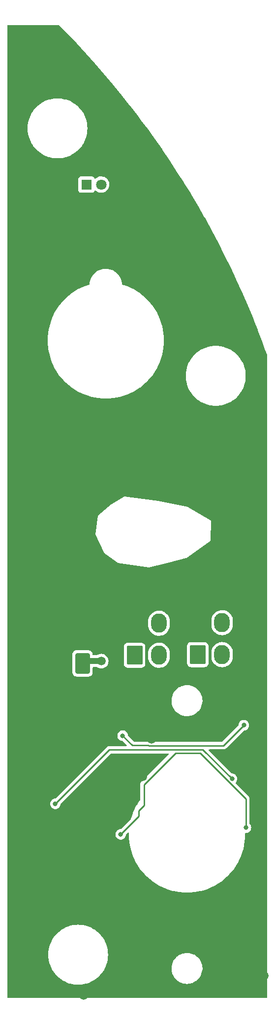
<source format=gbr>
%TF.GenerationSoftware,KiCad,Pcbnew,(6.0.9)*%
%TF.CreationDate,2023-04-01T15:42:22-08:00*%
%TF.ProjectId,SPIN RCV PANEL,5350494e-2052-4435-9620-50414e454c2e,3*%
%TF.SameCoordinates,Original*%
%TF.FileFunction,Copper,L2,Bot*%
%TF.FilePolarity,Positive*%
%FSLAX46Y46*%
G04 Gerber Fmt 4.6, Leading zero omitted, Abs format (unit mm)*
G04 Created by KiCad (PCBNEW (6.0.9)) date 2023-04-01 15:42:22*
%MOMM*%
%LPD*%
G01*
G04 APERTURE LIST*
G04 Aperture macros list*
%AMRoundRect*
0 Rectangle with rounded corners*
0 $1 Rounding radius*
0 $2 $3 $4 $5 $6 $7 $8 $9 X,Y pos of 4 corners*
0 Add a 4 corners polygon primitive as box body*
4,1,4,$2,$3,$4,$5,$6,$7,$8,$9,$2,$3,0*
0 Add four circle primitives for the rounded corners*
1,1,$1+$1,$2,$3*
1,1,$1+$1,$4,$5*
1,1,$1+$1,$6,$7*
1,1,$1+$1,$8,$9*
0 Add four rect primitives between the rounded corners*
20,1,$1+$1,$2,$3,$4,$5,0*
20,1,$1+$1,$4,$5,$6,$7,0*
20,1,$1+$1,$6,$7,$8,$9,0*
20,1,$1+$1,$8,$9,$2,$3,0*%
G04 Aperture macros list end*
%TA.AperFunction,SMDPad,CuDef*%
%ADD10RoundRect,0.250000X1.000000X-1.500000X1.000000X1.500000X-1.000000X1.500000X-1.000000X-1.500000X0*%
%TD*%
%TA.AperFunction,ComponentPad*%
%ADD11R,1.800000X1.800000*%
%TD*%
%TA.AperFunction,ComponentPad*%
%ADD12C,1.800000*%
%TD*%
%TA.AperFunction,ComponentPad*%
%ADD13RoundRect,0.250001X-1.099999X-1.399999X1.099999X-1.399999X1.099999X1.399999X-1.099999X1.399999X0*%
%TD*%
%TA.AperFunction,ComponentPad*%
%ADD14O,2.700000X3.300000*%
%TD*%
%TA.AperFunction,ViaPad*%
%ADD15C,1.500000*%
%TD*%
%TA.AperFunction,ViaPad*%
%ADD16C,0.800000*%
%TD*%
%TA.AperFunction,Conductor*%
%ADD17C,1.000000*%
%TD*%
%TA.AperFunction,Conductor*%
%ADD18C,0.250000*%
%TD*%
G04 APERTURE END LIST*
D10*
%TO.P,C1,1*%
%TO.N,/LED+5V*%
X112791537Y-131311168D03*
%TO.P,C1,2*%
%TO.N,/LEDGND*%
X112791537Y-124811168D03*
%TD*%
D11*
%TO.P,D1,1*%
%TO.N,Net-(D1-Pad1)*%
X113476537Y-49002168D03*
D12*
%TO.P,D1,2*%
%TO.N,/LED+5V*%
X116016537Y-49002168D03*
%TD*%
D13*
%TO.P,J1,1*%
%TO.N,/LED+5V*%
X132622537Y-129802168D03*
D14*
%TO.P,J1,2*%
X136822537Y-129802168D03*
%TO.P,J1,3*%
%TO.N,/LEDGND*%
X132622537Y-124302168D03*
%TO.P,J1,4*%
%TO.N,/DATAIN*%
X136822537Y-124302168D03*
%TD*%
D13*
%TO.P,J2,1*%
%TO.N,/LED+5V*%
X121757537Y-129902168D03*
D14*
%TO.P,J2,2*%
X125957537Y-129902168D03*
%TO.P,J2,3*%
%TO.N,/LEDGND*%
X121757537Y-124402168D03*
%TO.P,J2,4*%
%TO.N,/DATAOUT*%
X125957537Y-124402168D03*
%TD*%
D15*
%TO.N,/LEDGND*%
X142622537Y-144902168D03*
X124650037Y-183547968D03*
X113098737Y-144664668D03*
X124967537Y-177003768D03*
X142522537Y-139302168D03*
X144067037Y-184967068D03*
X112637037Y-121523268D03*
X128272537Y-79402168D03*
X118442537Y-119052168D03*
X135966737Y-121554968D03*
X141922537Y-168652168D03*
X124472537Y-88452168D03*
X123111537Y-150791168D03*
X136956037Y-104166868D03*
X105426937Y-176988268D03*
D16*
X112922537Y-162133906D03*
D15*
X116122537Y-88652168D03*
X128684337Y-59605068D03*
X119997537Y-157527168D03*
X106972537Y-66702168D03*
X126998537Y-99621668D03*
X112053537Y-59519368D03*
X107072537Y-82602168D03*
X120290437Y-101508168D03*
X142418537Y-179748168D03*
X112790037Y-155777168D03*
X108810337Y-50332568D03*
X127272537Y-68002168D03*
X107884737Y-151573268D03*
X105384237Y-145183968D03*
X121028537Y-169979268D03*
X142582537Y-162392168D03*
X105668337Y-184631068D03*
X113008637Y-188357168D03*
X119121037Y-129683368D03*
X112849737Y-109584968D03*
X105249337Y-170055268D03*
X142622537Y-150702168D03*
X132190737Y-73841168D03*
X113049037Y-170124368D03*
X113259937Y-139046968D03*
X116984137Y-59218968D03*
X142422537Y-174152168D03*
X109690937Y-131033768D03*
X124713537Y-144366968D03*
X124726037Y-139316468D03*
X116422537Y-175952168D03*
X142559537Y-156965168D03*
X104942537Y-138246168D03*
X105243937Y-164592868D03*
X116522537Y-163352168D03*
X127382537Y-119072168D03*
X102272537Y-158952168D03*
%TO.N,/LED+5V*%
X116008537Y-130924968D03*
D16*
%TO.N,Net-(D28-Pad2)*%
X140557937Y-141943568D03*
X119708137Y-143744768D03*
%TO.N,Net-(D33-Pad2)*%
X138522537Y-151152168D03*
X108122537Y-155452168D03*
%TO.N,Net-(D39-Pad2)*%
X119372537Y-160702168D03*
X140922537Y-159552168D03*
%TD*%
D17*
%TO.N,/LED+5V*%
X113177737Y-130924968D02*
X112791537Y-131311168D01*
X116008537Y-130924968D02*
X113177737Y-130924968D01*
D18*
%TO.N,Net-(D28-Pad2)*%
X124157735Y-145402168D02*
X124197536Y-145441969D01*
X119708137Y-143744768D02*
X121365537Y-145402168D01*
X121365537Y-145402168D02*
X124157735Y-145402168D01*
X137059536Y-145441969D02*
X140557937Y-141943568D01*
X124197536Y-145441969D02*
X137059536Y-145441969D01*
%TO.N,Net-(D33-Pad2)*%
X108122537Y-155452168D02*
X108122537Y-155452168D01*
X117422537Y-146152168D02*
X133522537Y-146152168D01*
X108122537Y-155452168D02*
X117422537Y-146152168D01*
X133522537Y-146152168D02*
X138522537Y-151152168D01*
%TO.N,Net-(D39-Pad2)*%
X123372537Y-152121170D02*
X123372537Y-155743170D01*
X140922537Y-154602168D02*
X133022537Y-146702168D01*
X140922537Y-159552168D02*
X140922537Y-154602168D01*
X122513539Y-157561166D02*
X119372537Y-160702168D01*
X133022537Y-146702168D02*
X128791539Y-146702168D01*
X123372537Y-155743170D02*
X122513539Y-156602168D01*
X122513539Y-156602168D02*
X122513539Y-157561166D01*
X128791539Y-146702168D02*
X123372537Y-152121170D01*
%TD*%
%TA.AperFunction,Conductor*%
%TO.N,/LEDGND*%
G36*
X108672219Y-21578606D02*
G01*
X108693615Y-21595932D01*
X110159331Y-23075615D01*
X110160689Y-23077007D01*
X111783314Y-24766466D01*
X111784650Y-24767879D01*
X113381005Y-26482181D01*
X113382319Y-26483615D01*
X114951967Y-28222286D01*
X114953259Y-28223739D01*
X116495913Y-29986461D01*
X116497183Y-29987934D01*
X118012511Y-31774332D01*
X118013757Y-31775825D01*
X119501243Y-33585287D01*
X119502467Y-33586799D01*
X120719646Y-35114928D01*
X120961885Y-35419052D01*
X120963085Y-35420582D01*
X122394075Y-37275173D01*
X122395251Y-37276722D01*
X122936568Y-38001127D01*
X123599866Y-38888769D01*
X123797424Y-39153147D01*
X123798551Y-39154681D01*
X125171642Y-41052588D01*
X125172725Y-41054110D01*
X126516343Y-42972961D01*
X126517446Y-42974562D01*
X127831267Y-44913892D01*
X127832345Y-44915511D01*
X129116039Y-46874828D01*
X129117092Y-46876462D01*
X130174911Y-48546701D01*
X130370431Y-48855417D01*
X130371436Y-48857031D01*
X131324194Y-50414040D01*
X131594115Y-50855149D01*
X131595092Y-50856775D01*
X132786774Y-52873506D01*
X132787691Y-52875085D01*
X133663937Y-54411656D01*
X133948135Y-54910021D01*
X133949085Y-54911718D01*
X135077913Y-56964196D01*
X135078837Y-56965907D01*
X136175851Y-59035562D01*
X136176749Y-59037287D01*
X137241742Y-61123729D01*
X137242612Y-61125468D01*
X138275212Y-63227970D01*
X138276049Y-63229706D01*
X139248285Y-65289033D01*
X139276107Y-65347963D01*
X139276924Y-65349728D01*
X140244186Y-67483203D01*
X140244975Y-67484981D01*
X141179149Y-69633031D01*
X141179911Y-69634820D01*
X142080854Y-71797109D01*
X142081588Y-71798910D01*
X142438173Y-72693366D01*
X142924096Y-73912253D01*
X142949041Y-73974826D01*
X142949738Y-73976614D01*
X143162437Y-74535054D01*
X143783513Y-76165682D01*
X143784186Y-76167491D01*
X144100869Y-77039154D01*
X144547586Y-78268731D01*
X144555160Y-78311756D01*
X144555160Y-188690604D01*
X144535158Y-188758725D01*
X144481502Y-188805218D01*
X144429160Y-188816604D01*
X99978160Y-188816604D01*
X99910039Y-188796602D01*
X99863546Y-188742946D01*
X99852160Y-188690604D01*
X99852160Y-181387604D01*
X106888114Y-181387604D01*
X106907732Y-181836939D01*
X106908093Y-181839678D01*
X106959784Y-182232311D01*
X106966438Y-182282855D01*
X107063785Y-182721957D01*
X107064610Y-182724574D01*
X107064612Y-182724581D01*
X107087295Y-182796523D01*
X107199031Y-183150905D01*
X107371149Y-183566432D01*
X107578826Y-183965377D01*
X107820484Y-184344704D01*
X107822148Y-184346872D01*
X107822156Y-184346884D01*
X107890507Y-184435960D01*
X108094283Y-184701525D01*
X108096141Y-184703553D01*
X108096148Y-184703561D01*
X108280685Y-184904948D01*
X108398138Y-185033126D01*
X108400158Y-185034977D01*
X108727703Y-185335116D01*
X108727711Y-185335123D01*
X108729739Y-185336981D01*
X108731931Y-185338663D01*
X109084380Y-185609108D01*
X109084392Y-185609116D01*
X109086560Y-185610780D01*
X109465887Y-185852438D01*
X109864832Y-186060115D01*
X110280359Y-186232233D01*
X110553722Y-186318424D01*
X110706683Y-186366652D01*
X110706690Y-186366654D01*
X110709307Y-186367479D01*
X110711992Y-186368074D01*
X110711991Y-186368074D01*
X111145711Y-186464228D01*
X111145714Y-186464229D01*
X111148409Y-186464826D01*
X111151139Y-186465185D01*
X111151148Y-186465187D01*
X111371367Y-186494179D01*
X111594325Y-186523532D01*
X111863116Y-186535267D01*
X111926708Y-186538044D01*
X111926713Y-186538044D01*
X111928085Y-186538104D01*
X112159235Y-186538104D01*
X112160607Y-186538044D01*
X112160612Y-186538044D01*
X112224204Y-186535267D01*
X112492995Y-186523532D01*
X112715953Y-186494179D01*
X112936172Y-186465187D01*
X112936181Y-186465185D01*
X112938911Y-186464826D01*
X112941606Y-186464229D01*
X112941609Y-186464228D01*
X113375329Y-186368074D01*
X113375328Y-186368074D01*
X113378013Y-186367479D01*
X113380630Y-186366654D01*
X113380637Y-186366652D01*
X113533598Y-186318424D01*
X113806961Y-186232233D01*
X114222488Y-186060115D01*
X114621433Y-185852438D01*
X115000760Y-185610780D01*
X115002928Y-185609116D01*
X115002940Y-185609108D01*
X115355389Y-185338663D01*
X115357581Y-185336981D01*
X115359609Y-185335123D01*
X115359617Y-185335116D01*
X115687162Y-185034977D01*
X115689182Y-185033126D01*
X115806635Y-184904948D01*
X115991172Y-184703561D01*
X115991179Y-184703553D01*
X115993037Y-184701525D01*
X116196813Y-184435960D01*
X116265164Y-184346884D01*
X116265172Y-184346872D01*
X116266836Y-184344704D01*
X116508494Y-183965377D01*
X116639123Y-183714440D01*
X128110292Y-183714440D01*
X128110481Y-183718232D01*
X128111682Y-183742358D01*
X128122663Y-183962929D01*
X128126246Y-184034911D01*
X128126889Y-184038651D01*
X128179853Y-184346884D01*
X128180585Y-184351145D01*
X128181673Y-184354784D01*
X128181674Y-184354787D01*
X128221749Y-184488786D01*
X128272522Y-184658560D01*
X128274035Y-184662031D01*
X128274037Y-184662037D01*
X128308099Y-184740187D01*
X128400724Y-184952703D01*
X128402647Y-184955974D01*
X128402649Y-184955978D01*
X128561413Y-185226044D01*
X128561418Y-185226052D01*
X128563336Y-185229314D01*
X128565637Y-185232329D01*
X128667855Y-185366266D01*
X128758001Y-185484386D01*
X128760649Y-185487105D01*
X128760654Y-185487110D01*
X128979253Y-185711509D01*
X128981899Y-185714225D01*
X128984843Y-185716596D01*
X128984846Y-185716599D01*
X129228835Y-185913122D01*
X129228840Y-185913126D01*
X129231788Y-185915500D01*
X129504048Y-186085297D01*
X129794735Y-186221155D01*
X129798345Y-186222338D01*
X129798349Y-186222340D01*
X130096034Y-186319926D01*
X130096041Y-186319928D01*
X130099638Y-186321107D01*
X130414340Y-186383706D01*
X130548828Y-186393936D01*
X130730507Y-186407756D01*
X130730512Y-186407756D01*
X130734284Y-186408043D01*
X131054834Y-186393767D01*
X131058583Y-186393143D01*
X131367607Y-186341708D01*
X131367612Y-186341707D01*
X131371348Y-186341085D01*
X131506725Y-186301370D01*
X131675614Y-186251823D01*
X131675618Y-186251822D01*
X131679240Y-186250759D01*
X131974051Y-186124099D01*
X132251510Y-185962938D01*
X132254532Y-185960657D01*
X132254536Y-185960654D01*
X132504574Y-185771894D01*
X132504575Y-185771893D01*
X132507598Y-185769611D01*
X132738605Y-185546919D01*
X132740999Y-185543978D01*
X132741004Y-185543973D01*
X132938792Y-185301028D01*
X132938795Y-185301024D01*
X132941186Y-185298087D01*
X133112406Y-185026720D01*
X133249784Y-184736749D01*
X133260857Y-184703561D01*
X133350135Y-184435960D01*
X133351332Y-184432373D01*
X133415577Y-184118003D01*
X133441589Y-183798191D01*
X133442174Y-183742358D01*
X133440263Y-183710651D01*
X133423093Y-183425850D01*
X133423093Y-183425846D01*
X133422865Y-183422072D01*
X133365218Y-183106424D01*
X133270067Y-182799989D01*
X133256837Y-182770481D01*
X133233876Y-182719273D01*
X133138791Y-182507204D01*
X132973292Y-182232311D01*
X132970965Y-182229327D01*
X132970960Y-182229320D01*
X132778303Y-181982286D01*
X132778301Y-181982283D01*
X132775967Y-181979291D01*
X132549673Y-181751810D01*
X132297690Y-181553163D01*
X132271734Y-181537350D01*
X132026899Y-181388195D01*
X132023667Y-181386226D01*
X132020223Y-181384660D01*
X132020219Y-181384658D01*
X131910975Y-181334988D01*
X131731574Y-181253420D01*
X131425641Y-181156666D01*
X131110300Y-181097366D01*
X130790119Y-181076381D01*
X130786339Y-181076589D01*
X130786338Y-181076589D01*
X130673067Y-181082822D01*
X130469736Y-181094012D01*
X130153791Y-181150006D01*
X130150166Y-181151111D01*
X130150161Y-181151112D01*
X129910021Y-181224302D01*
X129846862Y-181243551D01*
X129553394Y-181373292D01*
X129443825Y-181438479D01*
X129280893Y-181535413D01*
X129280887Y-181535417D01*
X129277638Y-181537350D01*
X129274646Y-181539658D01*
X129274642Y-181539661D01*
X129077283Y-181691922D01*
X129023588Y-181733347D01*
X129020886Y-181736007D01*
X129020879Y-181736013D01*
X128915573Y-181839678D01*
X128794925Y-181958446D01*
X128594961Y-182209386D01*
X128426593Y-182482531D01*
X128425004Y-182485978D01*
X128293845Y-182770481D01*
X128293841Y-182770491D01*
X128292258Y-182773925D01*
X128291099Y-182777525D01*
X128291096Y-182777532D01*
X128282695Y-182803620D01*
X128193904Y-183079347D01*
X128193185Y-183083063D01*
X128193183Y-183083071D01*
X128133673Y-183390655D01*
X128132954Y-183394373D01*
X128132687Y-183398149D01*
X128132686Y-183398154D01*
X128120598Y-183568878D01*
X128110292Y-183714440D01*
X116639123Y-183714440D01*
X116716171Y-183566432D01*
X116888289Y-183150905D01*
X117000025Y-182796523D01*
X117022708Y-182724581D01*
X117022710Y-182724574D01*
X117023535Y-182721957D01*
X117120882Y-182282855D01*
X117127537Y-182232311D01*
X117179227Y-181839678D01*
X117179588Y-181836939D01*
X117199206Y-181387604D01*
X117179588Y-180938269D01*
X117120882Y-180492353D01*
X117023535Y-180053251D01*
X116888289Y-179624303D01*
X116716171Y-179208776D01*
X116508494Y-178809831D01*
X116266836Y-178430504D01*
X116265172Y-178428336D01*
X116265164Y-178428324D01*
X115994719Y-178075875D01*
X115993037Y-178073683D01*
X115991179Y-178071655D01*
X115991172Y-178071647D01*
X115691033Y-177744102D01*
X115689182Y-177742082D01*
X115687162Y-177740231D01*
X115359617Y-177440092D01*
X115359609Y-177440085D01*
X115357581Y-177438227D01*
X115355389Y-177436545D01*
X115002940Y-177166100D01*
X115002928Y-177166092D01*
X115000760Y-177164428D01*
X114621433Y-176922770D01*
X114222488Y-176715093D01*
X113806961Y-176542975D01*
X113533598Y-176456784D01*
X113380637Y-176408556D01*
X113380630Y-176408554D01*
X113378013Y-176407729D01*
X113294035Y-176389111D01*
X112941609Y-176310980D01*
X112941606Y-176310979D01*
X112938911Y-176310382D01*
X112936181Y-176310023D01*
X112936172Y-176310021D01*
X112715953Y-176281029D01*
X112492995Y-176251676D01*
X112224204Y-176239941D01*
X112160612Y-176237164D01*
X112160607Y-176237164D01*
X112159235Y-176237104D01*
X111928085Y-176237104D01*
X111926713Y-176237164D01*
X111926708Y-176237164D01*
X111863116Y-176239941D01*
X111594325Y-176251676D01*
X111371367Y-176281029D01*
X111151148Y-176310021D01*
X111151139Y-176310023D01*
X111148409Y-176310382D01*
X111145714Y-176310979D01*
X111145711Y-176310980D01*
X110793285Y-176389111D01*
X110709307Y-176407729D01*
X110706690Y-176408554D01*
X110706683Y-176408556D01*
X110553722Y-176456784D01*
X110280359Y-176542975D01*
X109864832Y-176715093D01*
X109465887Y-176922770D01*
X109086560Y-177164428D01*
X109084392Y-177166092D01*
X109084380Y-177166100D01*
X108731931Y-177436545D01*
X108729739Y-177438227D01*
X108727711Y-177440085D01*
X108727703Y-177440092D01*
X108400158Y-177740231D01*
X108398138Y-177742082D01*
X108396287Y-177744102D01*
X108096148Y-178071647D01*
X108096141Y-178071655D01*
X108094283Y-178073683D01*
X108092601Y-178075875D01*
X107822156Y-178428324D01*
X107822148Y-178428336D01*
X107820484Y-178430504D01*
X107578826Y-178809831D01*
X107371149Y-179208776D01*
X107199031Y-179624303D01*
X107063785Y-180053251D01*
X106966438Y-180492353D01*
X106907732Y-180938269D01*
X106888114Y-181387604D01*
X99852160Y-181387604D01*
X99852160Y-155452168D01*
X107209033Y-155452168D01*
X107228995Y-155642096D01*
X107288010Y-155823724D01*
X107383497Y-155989112D01*
X107511284Y-156131034D01*
X107665785Y-156243286D01*
X107671813Y-156245970D01*
X107671815Y-156245971D01*
X107834218Y-156318277D01*
X107840249Y-156320962D01*
X107933649Y-156340815D01*
X108020593Y-156359296D01*
X108020598Y-156359296D01*
X108027050Y-156360668D01*
X108218024Y-156360668D01*
X108224476Y-156359296D01*
X108224481Y-156359296D01*
X108311425Y-156340815D01*
X108404825Y-156320962D01*
X108410856Y-156318277D01*
X108573259Y-156245971D01*
X108573261Y-156245970D01*
X108579289Y-156243286D01*
X108733790Y-156131034D01*
X108861577Y-155989112D01*
X108957064Y-155823724D01*
X109016079Y-155642096D01*
X109033444Y-155476874D01*
X109060457Y-155411218D01*
X109069659Y-155400950D01*
X117648037Y-146822573D01*
X117710349Y-146788547D01*
X117737132Y-146785668D01*
X127507945Y-146785668D01*
X127576066Y-146805670D01*
X127622559Y-146859326D01*
X127632663Y-146929600D01*
X127603169Y-146994180D01*
X127597040Y-147000763D01*
X122980284Y-151617518D01*
X122971998Y-151625058D01*
X122965519Y-151629170D01*
X122960094Y-151634947D01*
X122918894Y-151678821D01*
X122916139Y-151681663D01*
X122896402Y-151701400D01*
X122893922Y-151704597D01*
X122886219Y-151713617D01*
X122855951Y-151745849D01*
X122852132Y-151752795D01*
X122852130Y-151752798D01*
X122846189Y-151763604D01*
X122835338Y-151780123D01*
X122822923Y-151796129D01*
X122819778Y-151803398D01*
X122819775Y-151803402D01*
X122805363Y-151836707D01*
X122800146Y-151847357D01*
X122778842Y-151886110D01*
X122776871Y-151893785D01*
X122776871Y-151893786D01*
X122773804Y-151905732D01*
X122767400Y-151924436D01*
X122759356Y-151943025D01*
X122758117Y-151950848D01*
X122758114Y-151950858D01*
X122752438Y-151986694D01*
X122750032Y-151998314D01*
X122739037Y-152041140D01*
X122739037Y-152061394D01*
X122737486Y-152081104D01*
X122734317Y-152101113D01*
X122735063Y-152109005D01*
X122738478Y-152145131D01*
X122739037Y-152156989D01*
X122739037Y-154718851D01*
X122719035Y-154786972D01*
X122712603Y-154796068D01*
X122681511Y-154836152D01*
X122328206Y-155356024D01*
X122327196Y-155357732D01*
X122327194Y-155357735D01*
X122267464Y-155458733D01*
X122008241Y-155897055D01*
X121722879Y-156457109D01*
X121722098Y-156458915D01*
X121722097Y-156458916D01*
X121485368Y-157005966D01*
X121473247Y-157033975D01*
X121472579Y-157035831D01*
X121472578Y-157035833D01*
X121260997Y-157623521D01*
X121260992Y-157623537D01*
X121260329Y-157625378D01*
X121259782Y-157627260D01*
X121259778Y-157627273D01*
X121149333Y-158007428D01*
X121117431Y-158061370D01*
X119422037Y-159756763D01*
X119359725Y-159790789D01*
X119332942Y-159793668D01*
X119277050Y-159793668D01*
X119270598Y-159795040D01*
X119270593Y-159795040D01*
X119183650Y-159813521D01*
X119090249Y-159833374D01*
X119084219Y-159836059D01*
X119084218Y-159836059D01*
X118921815Y-159908365D01*
X118921813Y-159908366D01*
X118915785Y-159911050D01*
X118761284Y-160023302D01*
X118633497Y-160165224D01*
X118538010Y-160330612D01*
X118478995Y-160512240D01*
X118478305Y-160518801D01*
X118478305Y-160518803D01*
X118470756Y-160590626D01*
X118459033Y-160702168D01*
X118478995Y-160892096D01*
X118538010Y-161073724D01*
X118633497Y-161239112D01*
X118637915Y-161244019D01*
X118637916Y-161244020D01*
X118756862Y-161376123D01*
X118761284Y-161381034D01*
X118915785Y-161493286D01*
X118921813Y-161495970D01*
X118921815Y-161495971D01*
X119084218Y-161568277D01*
X119090249Y-161570962D01*
X119183650Y-161590815D01*
X119270593Y-161609296D01*
X119270598Y-161609296D01*
X119277050Y-161610668D01*
X119468024Y-161610668D01*
X119474476Y-161609296D01*
X119474481Y-161609296D01*
X119561424Y-161590815D01*
X119654825Y-161570962D01*
X119660856Y-161568277D01*
X119823259Y-161495971D01*
X119823261Y-161495970D01*
X119829289Y-161493286D01*
X119983790Y-161381034D01*
X119988212Y-161376123D01*
X120107158Y-161244020D01*
X120107159Y-161244019D01*
X120111577Y-161239112D01*
X120207064Y-161073724D01*
X120266079Y-160892096D01*
X120283444Y-160726874D01*
X120310457Y-160661218D01*
X120319659Y-160650950D01*
X120562378Y-160408231D01*
X120624690Y-160374205D01*
X120695505Y-160379270D01*
X120752341Y-160421817D01*
X120777152Y-160488337D01*
X120777411Y-160501275D01*
X120770623Y-160717259D01*
X120770685Y-160719232D01*
X120781826Y-161073724D01*
X120790367Y-161345512D01*
X120790550Y-161347450D01*
X120790551Y-161347463D01*
X120849333Y-161969309D01*
X120849520Y-161971285D01*
X120947849Y-162592110D01*
X121084965Y-163205535D01*
X121260329Y-163809140D01*
X121260992Y-163810981D01*
X121260997Y-163810997D01*
X121472578Y-164398685D01*
X121473247Y-164400543D01*
X121722879Y-164977409D01*
X122008241Y-165537463D01*
X122328206Y-166078494D01*
X122681511Y-166598366D01*
X123066761Y-167095028D01*
X123482437Y-167566520D01*
X123926899Y-168010982D01*
X124398391Y-168426658D01*
X124895053Y-168811908D01*
X125414925Y-169165213D01*
X125955956Y-169485178D01*
X126516010Y-169770540D01*
X127092876Y-170020172D01*
X127094732Y-170020840D01*
X127094734Y-170020841D01*
X127682422Y-170232422D01*
X127682438Y-170232427D01*
X127684279Y-170233090D01*
X127686161Y-170233637D01*
X127686174Y-170233641D01*
X128285977Y-170407900D01*
X128287884Y-170408454D01*
X128289804Y-170408883D01*
X128289815Y-170408886D01*
X128594596Y-170477012D01*
X128901309Y-170545570D01*
X128903265Y-170545880D01*
X128903266Y-170545880D01*
X129520175Y-170643589D01*
X129520184Y-170643590D01*
X129522134Y-170643899D01*
X129524103Y-170644085D01*
X129524110Y-170644086D01*
X130145956Y-170702868D01*
X130145969Y-170702869D01*
X130147907Y-170703052D01*
X130149852Y-170703113D01*
X130149866Y-170703114D01*
X130428704Y-170711877D01*
X130615883Y-170717759D01*
X130936437Y-170717759D01*
X131123616Y-170711877D01*
X131402454Y-170703114D01*
X131402468Y-170703113D01*
X131404413Y-170703052D01*
X131406351Y-170702869D01*
X131406364Y-170702868D01*
X132028210Y-170644086D01*
X132028217Y-170644085D01*
X132030186Y-170643899D01*
X132032136Y-170643590D01*
X132032145Y-170643589D01*
X132649054Y-170545880D01*
X132649055Y-170545880D01*
X132651011Y-170545570D01*
X132957724Y-170477012D01*
X133262505Y-170408886D01*
X133262516Y-170408883D01*
X133264436Y-170408454D01*
X133266343Y-170407900D01*
X133866146Y-170233641D01*
X133866159Y-170233637D01*
X133868041Y-170233090D01*
X133869882Y-170232427D01*
X133869898Y-170232422D01*
X134457586Y-170020841D01*
X134457588Y-170020840D01*
X134459444Y-170020172D01*
X135036310Y-169770540D01*
X135596364Y-169485178D01*
X136137395Y-169165213D01*
X136657267Y-168811908D01*
X137153929Y-168426658D01*
X137625421Y-168010982D01*
X138069883Y-167566520D01*
X138485559Y-167095028D01*
X138870809Y-166598366D01*
X139224114Y-166078494D01*
X139544079Y-165537463D01*
X139829441Y-164977409D01*
X140079073Y-164400543D01*
X140079742Y-164398685D01*
X140291323Y-163810997D01*
X140291328Y-163810981D01*
X140291991Y-163809140D01*
X140467355Y-163205535D01*
X140604471Y-162592110D01*
X140702800Y-161971285D01*
X140702987Y-161969309D01*
X140761769Y-161347463D01*
X140761770Y-161347450D01*
X140761953Y-161345512D01*
X140770495Y-161073724D01*
X140781635Y-160719232D01*
X140781697Y-160717259D01*
X140777717Y-160590625D01*
X140795569Y-160521911D01*
X140847738Y-160473755D01*
X140903655Y-160460668D01*
X141018024Y-160460668D01*
X141024476Y-160459296D01*
X141024481Y-160459296D01*
X141111425Y-160440815D01*
X141204825Y-160420962D01*
X141210856Y-160418277D01*
X141373259Y-160345971D01*
X141373261Y-160345970D01*
X141379289Y-160343286D01*
X141533790Y-160231034D01*
X141661577Y-160089112D01*
X141757064Y-159923724D01*
X141816079Y-159742096D01*
X141836041Y-159552168D01*
X141816079Y-159362240D01*
X141757064Y-159180612D01*
X141661577Y-159015224D01*
X141588400Y-158933953D01*
X141557684Y-158869947D01*
X141556037Y-158849644D01*
X141556037Y-154680935D01*
X141556564Y-154669752D01*
X141558239Y-154662259D01*
X141556099Y-154594182D01*
X141556037Y-154590223D01*
X141556037Y-154562312D01*
X141555532Y-154558312D01*
X141554599Y-154546469D01*
X141554421Y-154540789D01*
X141553210Y-154502278D01*
X141547559Y-154482826D01*
X141543551Y-154463474D01*
X141542004Y-154451231D01*
X141541011Y-154443371D01*
X141538093Y-154436000D01*
X141524737Y-154402265D01*
X141520892Y-154391038D01*
X141520258Y-154388855D01*
X141508555Y-154348575D01*
X141502302Y-154338001D01*
X141498244Y-154331140D01*
X141489549Y-154313392D01*
X141482089Y-154294551D01*
X141456101Y-154258781D01*
X141449585Y-154248861D01*
X141431117Y-154217633D01*
X141431115Y-154217630D01*
X141427079Y-154210806D01*
X141412758Y-154196485D01*
X141399917Y-154181451D01*
X141392668Y-154171474D01*
X141388009Y-154165061D01*
X141353932Y-154136870D01*
X141345153Y-154128880D01*
X139177363Y-151961090D01*
X139143337Y-151898778D01*
X139148402Y-151827963D01*
X139172822Y-151787685D01*
X139257158Y-151694020D01*
X139257159Y-151694019D01*
X139261577Y-151689112D01*
X139357064Y-151523724D01*
X139416079Y-151342096D01*
X139436041Y-151152168D01*
X139416079Y-150962240D01*
X139357064Y-150780612D01*
X139261577Y-150615224D01*
X139168801Y-150512185D01*
X139138212Y-150478213D01*
X139138211Y-150478212D01*
X139133790Y-150473302D01*
X138979289Y-150361050D01*
X138973261Y-150358366D01*
X138973259Y-150358365D01*
X138810856Y-150286059D01*
X138810855Y-150286059D01*
X138804825Y-150283374D01*
X138711424Y-150263521D01*
X138624481Y-150245040D01*
X138624476Y-150245040D01*
X138618024Y-150243668D01*
X138562131Y-150243668D01*
X138494010Y-150223666D01*
X138473036Y-150206763D01*
X134556838Y-146290564D01*
X134522812Y-146228252D01*
X134527877Y-146157436D01*
X134570424Y-146100601D01*
X134636944Y-146075790D01*
X134645933Y-146075469D01*
X136980769Y-146075469D01*
X136991952Y-146075996D01*
X136999445Y-146077671D01*
X137007371Y-146077422D01*
X137007372Y-146077422D01*
X137067522Y-146075531D01*
X137071481Y-146075469D01*
X137099392Y-146075469D01*
X137103327Y-146074972D01*
X137103392Y-146074964D01*
X137115229Y-146074031D01*
X137147487Y-146073017D01*
X137151506Y-146072891D01*
X137159425Y-146072642D01*
X137178879Y-146066990D01*
X137198236Y-146062982D01*
X137210466Y-146061437D01*
X137210467Y-146061437D01*
X137218333Y-146060443D01*
X137225704Y-146057524D01*
X137225706Y-146057524D01*
X137259448Y-146044165D01*
X137270678Y-146040320D01*
X137305519Y-146030198D01*
X137305520Y-146030198D01*
X137313129Y-146027987D01*
X137319948Y-146023954D01*
X137319953Y-146023952D01*
X137330564Y-146017676D01*
X137348312Y-146008981D01*
X137367153Y-146001521D01*
X137402923Y-145975533D01*
X137412843Y-145969017D01*
X137444071Y-145950549D01*
X137444074Y-145950547D01*
X137450898Y-145946511D01*
X137465219Y-145932190D01*
X137480253Y-145919349D01*
X137490230Y-145912100D01*
X137496643Y-145907441D01*
X137524834Y-145873364D01*
X137532824Y-145864585D01*
X140508436Y-142888973D01*
X140570748Y-142854947D01*
X140597531Y-142852068D01*
X140653424Y-142852068D01*
X140659876Y-142850696D01*
X140659881Y-142850696D01*
X140746824Y-142832215D01*
X140840225Y-142812362D01*
X140846256Y-142809677D01*
X141008659Y-142737371D01*
X141008661Y-142737370D01*
X141014689Y-142734686D01*
X141169190Y-142622434D01*
X141296977Y-142480512D01*
X141392464Y-142315124D01*
X141451479Y-142133496D01*
X141471441Y-141943568D01*
X141451479Y-141753640D01*
X141392464Y-141572012D01*
X141296977Y-141406624D01*
X141169190Y-141264702D01*
X141014689Y-141152450D01*
X141008661Y-141149766D01*
X141008659Y-141149765D01*
X140846256Y-141077459D01*
X140846255Y-141077459D01*
X140840225Y-141074774D01*
X140746824Y-141054921D01*
X140659881Y-141036440D01*
X140659876Y-141036440D01*
X140653424Y-141035068D01*
X140462450Y-141035068D01*
X140455998Y-141036440D01*
X140455993Y-141036440D01*
X140369050Y-141054921D01*
X140275649Y-141074774D01*
X140269619Y-141077459D01*
X140269618Y-141077459D01*
X140107215Y-141149765D01*
X140107213Y-141149766D01*
X140101185Y-141152450D01*
X139946684Y-141264702D01*
X139818897Y-141406624D01*
X139723410Y-141572012D01*
X139664395Y-141753640D01*
X139663705Y-141760201D01*
X139663705Y-141760203D01*
X139647030Y-141918861D01*
X139620017Y-141984518D01*
X139610815Y-141994786D01*
X136834036Y-144771564D01*
X136771724Y-144805590D01*
X136744941Y-144808469D01*
X124408696Y-144808469D01*
X124377374Y-144804514D01*
X124373169Y-144803434D01*
X124354479Y-144797035D01*
X124335880Y-144788987D01*
X124328057Y-144787748D01*
X124328047Y-144787745D01*
X124292211Y-144782069D01*
X124280591Y-144779663D01*
X124245446Y-144770640D01*
X124245445Y-144770640D01*
X124237765Y-144768668D01*
X124217511Y-144768668D01*
X124197800Y-144767117D01*
X124185621Y-144765188D01*
X124177792Y-144763948D01*
X124169900Y-144764694D01*
X124133774Y-144768109D01*
X124121916Y-144768668D01*
X121680131Y-144768668D01*
X121612010Y-144748666D01*
X121591040Y-144731767D01*
X120655257Y-143795983D01*
X120621233Y-143733673D01*
X120619044Y-143720060D01*
X120602369Y-143561403D01*
X120602369Y-143561401D01*
X120601679Y-143554840D01*
X120542664Y-143373212D01*
X120447177Y-143207824D01*
X120319390Y-143065902D01*
X120164889Y-142953650D01*
X120158861Y-142950966D01*
X120158859Y-142950965D01*
X119996456Y-142878659D01*
X119996455Y-142878659D01*
X119990425Y-142875974D01*
X119877957Y-142852068D01*
X119810081Y-142837640D01*
X119810076Y-142837640D01*
X119803624Y-142836268D01*
X119612650Y-142836268D01*
X119606198Y-142837640D01*
X119606193Y-142837640D01*
X119538317Y-142852068D01*
X119425849Y-142875974D01*
X119419819Y-142878659D01*
X119419818Y-142878659D01*
X119257415Y-142950965D01*
X119257413Y-142950966D01*
X119251385Y-142953650D01*
X119096884Y-143065902D01*
X118969097Y-143207824D01*
X118873610Y-143373212D01*
X118814595Y-143554840D01*
X118794633Y-143744768D01*
X118814595Y-143934696D01*
X118873610Y-144116324D01*
X118969097Y-144281712D01*
X119096884Y-144423634D01*
X119251385Y-144535886D01*
X119257413Y-144538570D01*
X119257415Y-144538571D01*
X119419818Y-144610877D01*
X119425849Y-144613562D01*
X119519249Y-144633415D01*
X119606193Y-144651896D01*
X119606198Y-144651896D01*
X119612650Y-144653268D01*
X119668543Y-144653268D01*
X119736664Y-144673270D01*
X119757638Y-144690173D01*
X120371038Y-145303573D01*
X120405064Y-145365885D01*
X120399999Y-145436700D01*
X120357452Y-145493536D01*
X120290932Y-145518347D01*
X120281943Y-145518668D01*
X117501304Y-145518668D01*
X117490121Y-145518141D01*
X117482628Y-145516466D01*
X117474702Y-145516715D01*
X117474701Y-145516715D01*
X117414551Y-145518606D01*
X117410592Y-145518668D01*
X117382681Y-145518668D01*
X117378747Y-145519165D01*
X117378746Y-145519165D01*
X117378681Y-145519173D01*
X117366844Y-145520106D01*
X117335027Y-145521106D01*
X117330566Y-145521246D01*
X117322647Y-145521495D01*
X117304991Y-145526624D01*
X117303195Y-145527146D01*
X117283843Y-145531154D01*
X117276772Y-145532048D01*
X117263740Y-145533694D01*
X117256371Y-145536611D01*
X117256369Y-145536612D01*
X117222634Y-145549968D01*
X117211406Y-145553813D01*
X117168944Y-145566150D01*
X117162121Y-145570185D01*
X117162119Y-145570186D01*
X117151509Y-145576461D01*
X117133761Y-145585156D01*
X117114920Y-145592616D01*
X117108504Y-145597278D01*
X117108503Y-145597278D01*
X117079150Y-145618604D01*
X117069230Y-145625120D01*
X117038002Y-145643588D01*
X117037999Y-145643590D01*
X117031175Y-145647626D01*
X117016854Y-145661947D01*
X117001821Y-145674787D01*
X116985430Y-145686696D01*
X116980379Y-145692802D01*
X116957239Y-145720773D01*
X116949249Y-145729552D01*
X108172037Y-154506763D01*
X108109725Y-154540789D01*
X108082942Y-154543668D01*
X108027050Y-154543668D01*
X108020598Y-154545040D01*
X108020593Y-154545040D01*
X107939337Y-154562312D01*
X107840249Y-154583374D01*
X107834219Y-154586059D01*
X107834218Y-154586059D01*
X107671815Y-154658365D01*
X107671813Y-154658366D01*
X107665785Y-154661050D01*
X107660444Y-154664930D01*
X107660443Y-154664931D01*
X107650562Y-154672110D01*
X107511284Y-154773302D01*
X107506863Y-154778212D01*
X107506862Y-154778213D01*
X107453221Y-154837788D01*
X107383497Y-154915224D01*
X107288010Y-155080612D01*
X107228995Y-155262240D01*
X107209033Y-155452168D01*
X99852160Y-155452168D01*
X99852160Y-137689641D01*
X128110292Y-137689641D01*
X128110481Y-137693433D01*
X128111682Y-137717559D01*
X128114462Y-137773392D01*
X128126246Y-138010112D01*
X128126889Y-138013852D01*
X128163279Y-138225629D01*
X128180585Y-138326346D01*
X128181673Y-138329985D01*
X128181674Y-138329988D01*
X128221749Y-138463987D01*
X128272522Y-138633761D01*
X128274035Y-138637232D01*
X128274037Y-138637238D01*
X128308099Y-138715388D01*
X128400724Y-138927904D01*
X128402647Y-138931175D01*
X128402649Y-138931179D01*
X128561413Y-139201245D01*
X128561418Y-139201253D01*
X128563336Y-139204515D01*
X128565637Y-139207530D01*
X128667855Y-139341467D01*
X128758001Y-139459587D01*
X128760649Y-139462306D01*
X128760654Y-139462311D01*
X128979253Y-139686710D01*
X128981899Y-139689426D01*
X128984843Y-139691797D01*
X128984846Y-139691800D01*
X129228835Y-139888323D01*
X129228840Y-139888327D01*
X129231788Y-139890701D01*
X129504048Y-140060498D01*
X129794735Y-140196356D01*
X129798345Y-140197539D01*
X129798349Y-140197541D01*
X130096034Y-140295127D01*
X130096041Y-140295129D01*
X130099638Y-140296308D01*
X130414340Y-140358907D01*
X130548828Y-140369137D01*
X130730507Y-140382957D01*
X130730512Y-140382957D01*
X130734284Y-140383244D01*
X131054834Y-140368968D01*
X131058583Y-140368344D01*
X131367607Y-140316909D01*
X131367612Y-140316908D01*
X131371348Y-140316286D01*
X131506725Y-140276571D01*
X131675614Y-140227024D01*
X131675618Y-140227023D01*
X131679240Y-140225960D01*
X131974051Y-140099300D01*
X132251510Y-139938139D01*
X132254532Y-139935858D01*
X132254536Y-139935855D01*
X132504574Y-139747095D01*
X132504575Y-139747094D01*
X132507598Y-139744812D01*
X132738605Y-139522120D01*
X132740999Y-139519179D01*
X132741004Y-139519174D01*
X132938792Y-139276229D01*
X132938795Y-139276225D01*
X132941186Y-139273288D01*
X133112406Y-139001921D01*
X133249784Y-138711950D01*
X133351332Y-138407574D01*
X133415577Y-138093204D01*
X133441589Y-137773392D01*
X133442174Y-137717559D01*
X133440263Y-137685852D01*
X133423093Y-137401051D01*
X133423093Y-137401047D01*
X133422865Y-137397273D01*
X133365218Y-137081625D01*
X133270067Y-136775190D01*
X133256837Y-136745682D01*
X133254050Y-136739467D01*
X133138791Y-136482405D01*
X132973292Y-136207512D01*
X132970965Y-136204528D01*
X132970960Y-136204521D01*
X132778303Y-135957487D01*
X132778301Y-135957484D01*
X132775967Y-135954492D01*
X132549673Y-135727011D01*
X132297690Y-135528364D01*
X132271734Y-135512551D01*
X132026899Y-135363396D01*
X132023667Y-135361427D01*
X132020223Y-135359861D01*
X132020219Y-135359859D01*
X131910975Y-135310189D01*
X131731574Y-135228621D01*
X131425641Y-135131867D01*
X131110300Y-135072567D01*
X130790119Y-135051582D01*
X130786339Y-135051790D01*
X130786338Y-135051790D01*
X130673067Y-135058023D01*
X130469736Y-135069213D01*
X130153791Y-135125207D01*
X130150166Y-135126312D01*
X130150161Y-135126313D01*
X129910021Y-135199503D01*
X129846862Y-135218752D01*
X129553394Y-135348493D01*
X129443825Y-135413680D01*
X129280893Y-135510614D01*
X129280887Y-135510618D01*
X129277638Y-135512551D01*
X129274646Y-135514859D01*
X129274642Y-135514862D01*
X129077283Y-135667123D01*
X129023588Y-135708548D01*
X129020886Y-135711208D01*
X129020879Y-135711214D01*
X128797633Y-135930981D01*
X128794925Y-135933647D01*
X128594961Y-136184587D01*
X128426593Y-136457732D01*
X128425004Y-136461179D01*
X128293845Y-136745682D01*
X128293841Y-136745692D01*
X128292258Y-136749126D01*
X128291099Y-136752726D01*
X128291096Y-136752733D01*
X128282695Y-136778821D01*
X128193904Y-137054548D01*
X128193185Y-137058264D01*
X128193183Y-137058272D01*
X128133673Y-137365856D01*
X128132954Y-137369574D01*
X128110292Y-137689641D01*
X99852160Y-137689641D01*
X99852160Y-132861568D01*
X111033037Y-132861568D01*
X111044011Y-132967334D01*
X111099987Y-133135114D01*
X111193059Y-133285516D01*
X111318234Y-133410473D01*
X111324464Y-133414313D01*
X111324465Y-133414314D01*
X111461627Y-133498862D01*
X111468799Y-133503283D01*
X111548542Y-133529732D01*
X111630148Y-133556800D01*
X111630150Y-133556800D01*
X111636676Y-133558965D01*
X111643512Y-133559665D01*
X111643515Y-133559666D01*
X111686568Y-133564077D01*
X111741137Y-133569668D01*
X113841937Y-133569668D01*
X113845183Y-133569331D01*
X113845187Y-133569331D01*
X113940845Y-133559406D01*
X113940849Y-133559405D01*
X113947703Y-133558694D01*
X113954239Y-133556513D01*
X113954241Y-133556513D01*
X114086343Y-133512440D01*
X114115483Y-133502718D01*
X114265885Y-133409646D01*
X114390842Y-133284471D01*
X114483652Y-133133906D01*
X114539334Y-132966029D01*
X114550037Y-132861568D01*
X114550037Y-132059468D01*
X114570039Y-131991347D01*
X114623695Y-131944854D01*
X114676037Y-131933468D01*
X115214969Y-131933468D01*
X115287240Y-131956255D01*
X115376883Y-132019024D01*
X115576461Y-132112088D01*
X115789166Y-132169083D01*
X116008537Y-132188275D01*
X116227908Y-132169083D01*
X116440613Y-132112088D01*
X116640191Y-132019024D01*
X116794029Y-131911305D01*
X116816064Y-131895876D01*
X116816066Y-131895874D01*
X116820575Y-131892717D01*
X116976286Y-131737006D01*
X117015020Y-131681689D01*
X117099436Y-131561130D01*
X117099437Y-131561128D01*
X117102593Y-131556621D01*
X117104916Y-131551639D01*
X117104919Y-131551634D01*
X117156911Y-131440136D01*
X117195657Y-131357044D01*
X117196856Y-131352568D01*
X119899037Y-131352568D01*
X119899374Y-131355814D01*
X119899374Y-131355818D01*
X119907415Y-131433309D01*
X119910011Y-131458333D01*
X119912192Y-131464869D01*
X119912192Y-131464871D01*
X119944307Y-131561130D01*
X119965987Y-131626113D01*
X120059059Y-131776516D01*
X120064241Y-131781689D01*
X120083231Y-131800646D01*
X120184234Y-131901473D01*
X120190464Y-131905313D01*
X120190465Y-131905314D01*
X120327627Y-131989862D01*
X120334799Y-131994283D01*
X120399873Y-132015867D01*
X120496148Y-132047800D01*
X120496150Y-132047800D01*
X120502676Y-132049965D01*
X120509512Y-132050665D01*
X120509515Y-132050666D01*
X120552568Y-132055077D01*
X120607137Y-132060668D01*
X122907937Y-132060668D01*
X122911183Y-132060331D01*
X122911187Y-132060331D01*
X123006844Y-132050406D01*
X123006848Y-132050405D01*
X123013702Y-132049694D01*
X123020238Y-132047513D01*
X123020240Y-132047513D01*
X123161226Y-132000476D01*
X123181482Y-131993718D01*
X123331885Y-131900646D01*
X123456842Y-131775471D01*
X123478150Y-131740903D01*
X123545812Y-131631136D01*
X123545813Y-131631134D01*
X123549652Y-131624906D01*
X123600268Y-131472304D01*
X123603169Y-131463557D01*
X123603169Y-131463555D01*
X123605334Y-131457029D01*
X123607765Y-131433309D01*
X123610446Y-131407137D01*
X123616037Y-131352568D01*
X123616037Y-130270680D01*
X124099037Y-130270680D01*
X124099202Y-130272948D01*
X124099202Y-130272960D01*
X124100239Y-130287247D01*
X124113584Y-130471172D01*
X124114568Y-130475627D01*
X124114568Y-130475630D01*
X124164169Y-130700287D01*
X124171731Y-130734540D01*
X124173349Y-130738810D01*
X124239481Y-130913362D01*
X124267287Y-130986756D01*
X124398251Y-131222536D01*
X124401023Y-131226168D01*
X124515145Y-131375703D01*
X124561880Y-131436941D01*
X124565146Y-131440134D01*
X124565148Y-131440136D01*
X124653098Y-131526113D01*
X124754745Y-131625480D01*
X124972807Y-131784202D01*
X125072568Y-131836689D01*
X125207458Y-131907658D01*
X125207464Y-131907661D01*
X125211498Y-131909783D01*
X125215803Y-131911303D01*
X125215807Y-131911305D01*
X125442466Y-131991347D01*
X125465817Y-131999593D01*
X125564403Y-132019024D01*
X125725965Y-132050868D01*
X125725971Y-132050869D01*
X125730437Y-132051749D01*
X125734990Y-132051976D01*
X125734993Y-132051976D01*
X125995245Y-132064932D01*
X125995251Y-132064932D01*
X125999814Y-132065159D01*
X126268306Y-132039543D01*
X126272740Y-132038458D01*
X126272746Y-132038457D01*
X126525849Y-131976523D01*
X126530287Y-131975437D01*
X126780270Y-131874183D01*
X126959499Y-131769240D01*
X127009074Y-131740213D01*
X127009075Y-131740212D01*
X127013019Y-131737903D01*
X127223656Y-131569452D01*
X127407771Y-131372359D01*
X127490873Y-131252568D01*
X130764037Y-131252568D01*
X130764374Y-131255814D01*
X130764374Y-131255818D01*
X130772415Y-131333309D01*
X130775011Y-131358333D01*
X130830987Y-131526113D01*
X130924059Y-131676516D01*
X131049234Y-131801473D01*
X131055464Y-131805313D01*
X131055465Y-131805314D01*
X131192627Y-131889862D01*
X131199799Y-131894283D01*
X131251119Y-131911305D01*
X131361148Y-131947800D01*
X131361150Y-131947800D01*
X131367676Y-131949965D01*
X131374512Y-131950665D01*
X131374515Y-131950666D01*
X131417568Y-131955077D01*
X131472137Y-131960668D01*
X133772937Y-131960668D01*
X133776183Y-131960331D01*
X133776187Y-131960331D01*
X133871844Y-131950406D01*
X133871848Y-131950405D01*
X133878702Y-131949694D01*
X133885238Y-131947513D01*
X133885240Y-131947513D01*
X134017342Y-131903440D01*
X134046482Y-131893718D01*
X134196885Y-131800646D01*
X134321842Y-131675471D01*
X134325683Y-131669240D01*
X134410812Y-131531136D01*
X134410813Y-131531134D01*
X134414652Y-131524906D01*
X134465249Y-131372359D01*
X134468169Y-131363557D01*
X134468169Y-131363555D01*
X134470334Y-131357029D01*
X134472765Y-131333309D01*
X134475446Y-131307137D01*
X134481037Y-131252568D01*
X134481037Y-130170680D01*
X134964037Y-130170680D01*
X134978584Y-130371172D01*
X134979568Y-130375627D01*
X134979568Y-130375630D01*
X135017733Y-130548490D01*
X135036731Y-130634540D01*
X135038349Y-130638810D01*
X135104481Y-130813362D01*
X135132287Y-130886756D01*
X135263251Y-131122536D01*
X135283943Y-131149649D01*
X135380145Y-131275703D01*
X135426880Y-131336941D01*
X135430146Y-131340134D01*
X135430148Y-131340136D01*
X135466531Y-131375703D01*
X135619745Y-131525480D01*
X135837807Y-131684202D01*
X135929597Y-131732495D01*
X136072458Y-131807658D01*
X136072464Y-131807661D01*
X136076498Y-131809783D01*
X136080803Y-131811303D01*
X136080807Y-131811305D01*
X136322305Y-131896587D01*
X136330817Y-131899593D01*
X136458569Y-131924773D01*
X136590965Y-131950868D01*
X136590971Y-131950869D01*
X136595437Y-131951749D01*
X136599990Y-131951976D01*
X136599993Y-131951976D01*
X136860245Y-131964932D01*
X136860251Y-131964932D01*
X136864814Y-131965159D01*
X137133306Y-131939543D01*
X137137740Y-131938458D01*
X137137746Y-131938457D01*
X137390849Y-131876523D01*
X137395287Y-131875437D01*
X137645270Y-131774183D01*
X137878019Y-131637903D01*
X138088656Y-131469452D01*
X138272771Y-131272359D01*
X138426505Y-131050752D01*
X138458343Y-130986756D01*
X138544604Y-130813362D01*
X138546638Y-130809274D01*
X138548060Y-130804937D01*
X138629235Y-130557315D01*
X138629236Y-130557309D01*
X138630655Y-130552982D01*
X138641954Y-130487907D01*
X138676138Y-130291028D01*
X138676139Y-130291020D01*
X138676794Y-130287247D01*
X138681037Y-130202019D01*
X138681037Y-129433656D01*
X138680114Y-129420926D01*
X138666820Y-129237715D01*
X138666490Y-129233164D01*
X138647471Y-129147021D01*
X138609328Y-128974256D01*
X138609327Y-128974252D01*
X138608343Y-128969796D01*
X138549162Y-128813589D01*
X138514405Y-128721850D01*
X138514404Y-128721847D01*
X138512787Y-128717580D01*
X138381823Y-128481800D01*
X138273196Y-128339465D01*
X138220966Y-128271027D01*
X138220965Y-128271026D01*
X138218194Y-128267395D01*
X138190968Y-128240779D01*
X138086060Y-128138225D01*
X138025329Y-128078856D01*
X137807267Y-127920134D01*
X137707506Y-127867647D01*
X137572616Y-127796678D01*
X137572610Y-127796675D01*
X137568576Y-127794553D01*
X137564271Y-127793033D01*
X137564267Y-127793031D01*
X137318570Y-127706266D01*
X137318569Y-127706266D01*
X137314257Y-127704743D01*
X137186505Y-127679563D01*
X137054109Y-127653468D01*
X137054103Y-127653467D01*
X137049637Y-127652587D01*
X137045084Y-127652360D01*
X137045081Y-127652360D01*
X136784829Y-127639404D01*
X136784823Y-127639404D01*
X136780260Y-127639177D01*
X136511768Y-127664793D01*
X136507334Y-127665878D01*
X136507328Y-127665879D01*
X136308737Y-127714474D01*
X136249787Y-127728899D01*
X135999804Y-127830153D01*
X135767055Y-127966433D01*
X135556418Y-128134884D01*
X135372303Y-128331977D01*
X135218569Y-128553584D01*
X135216538Y-128557667D01*
X135216536Y-128557670D01*
X135204532Y-128581800D01*
X135098436Y-128795062D01*
X135097015Y-128799396D01*
X135097014Y-128799399D01*
X135064233Y-128899399D01*
X135014419Y-129051354D01*
X135013639Y-129055845D01*
X135013639Y-129055846D01*
X134982062Y-129237715D01*
X134968280Y-129317089D01*
X134964037Y-129402317D01*
X134964037Y-130170680D01*
X134481037Y-130170680D01*
X134481037Y-128351768D01*
X134479897Y-128340779D01*
X134470775Y-128252861D01*
X134470774Y-128252857D01*
X134470063Y-128246003D01*
X134466354Y-128234884D01*
X134416405Y-128085171D01*
X134414087Y-128078223D01*
X134321015Y-127927820D01*
X134301195Y-127908034D01*
X134201020Y-127808034D01*
X134195840Y-127802863D01*
X134135841Y-127765879D01*
X134051505Y-127713893D01*
X134051503Y-127713892D01*
X134045275Y-127710053D01*
X133908820Y-127664793D01*
X133883926Y-127656536D01*
X133883924Y-127656536D01*
X133877398Y-127654371D01*
X133870562Y-127653671D01*
X133870559Y-127653670D01*
X133827506Y-127649259D01*
X133772937Y-127643668D01*
X131472137Y-127643668D01*
X131468891Y-127644005D01*
X131468887Y-127644005D01*
X131373230Y-127653930D01*
X131373226Y-127653931D01*
X131366372Y-127654642D01*
X131359836Y-127656823D01*
X131359834Y-127656823D01*
X131227732Y-127700896D01*
X131198592Y-127710618D01*
X131048189Y-127803690D01*
X130923232Y-127928865D01*
X130919392Y-127935095D01*
X130919391Y-127935096D01*
X130838434Y-128066433D01*
X130830422Y-128079430D01*
X130828118Y-128086377D01*
X130778861Y-128234884D01*
X130774740Y-128247307D01*
X130774040Y-128254143D01*
X130774039Y-128254146D01*
X130769628Y-128297199D01*
X130764037Y-128351768D01*
X130764037Y-131252568D01*
X127490873Y-131252568D01*
X127561505Y-131150752D01*
X127564696Y-131144339D01*
X127645216Y-130982486D01*
X127681638Y-130909274D01*
X127683060Y-130904937D01*
X127764235Y-130657315D01*
X127764236Y-130657309D01*
X127765655Y-130652982D01*
X127768857Y-130634540D01*
X127811138Y-130391028D01*
X127811139Y-130391020D01*
X127811794Y-130387247D01*
X127816037Y-130302019D01*
X127816037Y-129533656D01*
X127801490Y-129333164D01*
X127775851Y-129217034D01*
X127744328Y-129074256D01*
X127744327Y-129074252D01*
X127743343Y-129069796D01*
X127695565Y-128943688D01*
X127649405Y-128821850D01*
X127649404Y-128821847D01*
X127647787Y-128817580D01*
X127516823Y-128581800D01*
X127415105Y-128448518D01*
X127355966Y-128371027D01*
X127355965Y-128371026D01*
X127353194Y-128367395D01*
X127340550Y-128355034D01*
X127254615Y-128271027D01*
X127160329Y-128178856D01*
X126942267Y-128020134D01*
X126778644Y-127934048D01*
X126707616Y-127896678D01*
X126707610Y-127896675D01*
X126703576Y-127894553D01*
X126699271Y-127893033D01*
X126699267Y-127893031D01*
X126453570Y-127806266D01*
X126453569Y-127806266D01*
X126449257Y-127804743D01*
X126321505Y-127779563D01*
X126189109Y-127753468D01*
X126189103Y-127753467D01*
X126184637Y-127752587D01*
X126180084Y-127752360D01*
X126180081Y-127752360D01*
X125919829Y-127739404D01*
X125919823Y-127739404D01*
X125915260Y-127739177D01*
X125646768Y-127764793D01*
X125642334Y-127765878D01*
X125642328Y-127765879D01*
X125443737Y-127814474D01*
X125384787Y-127828899D01*
X125134804Y-127930153D01*
X124902055Y-128066433D01*
X124691418Y-128234884D01*
X124507303Y-128431977D01*
X124353569Y-128653584D01*
X124351538Y-128657667D01*
X124351536Y-128657670D01*
X124319607Y-128721850D01*
X124233436Y-128895062D01*
X124232015Y-128899396D01*
X124232014Y-128899399D01*
X124158559Y-129123474D01*
X124149419Y-129151354D01*
X124148639Y-129155845D01*
X124148639Y-129155846D01*
X124105845Y-129402317D01*
X124103280Y-129417089D01*
X124103089Y-129420926D01*
X124099383Y-129495377D01*
X124099037Y-129502317D01*
X124099037Y-130270680D01*
X123616037Y-130270680D01*
X123616037Y-128451768D01*
X123613637Y-128428633D01*
X123605775Y-128352861D01*
X123605774Y-128352857D01*
X123605063Y-128346003D01*
X123549087Y-128178223D01*
X123456015Y-128027820D01*
X123330840Y-127902863D01*
X123216629Y-127832462D01*
X123186505Y-127813893D01*
X123186503Y-127813892D01*
X123180275Y-127810053D01*
X123043820Y-127764793D01*
X123018926Y-127756536D01*
X123018924Y-127756536D01*
X123012398Y-127754371D01*
X123005562Y-127753671D01*
X123005559Y-127753670D01*
X122962506Y-127749259D01*
X122907937Y-127743668D01*
X120607137Y-127743668D01*
X120603891Y-127744005D01*
X120603887Y-127744005D01*
X120508230Y-127753930D01*
X120508226Y-127753931D01*
X120501372Y-127754642D01*
X120494836Y-127756823D01*
X120494834Y-127756823D01*
X120375375Y-127796678D01*
X120333592Y-127810618D01*
X120183189Y-127903690D01*
X120058232Y-128028865D01*
X120054392Y-128035095D01*
X120054391Y-128035096D01*
X119992881Y-128134884D01*
X119965422Y-128179430D01*
X119963118Y-128186377D01*
X119913580Y-128335731D01*
X119909740Y-128347307D01*
X119909040Y-128354143D01*
X119909039Y-128354146D01*
X119904628Y-128397199D01*
X119899037Y-128451768D01*
X119899037Y-131352568D01*
X117196856Y-131352568D01*
X117252652Y-131144339D01*
X117271844Y-130924968D01*
X117252652Y-130705597D01*
X117195657Y-130492892D01*
X117136776Y-130366621D01*
X117104919Y-130298302D01*
X117104916Y-130298297D01*
X117102593Y-130293315D01*
X117098344Y-130287247D01*
X116979445Y-130117441D01*
X116979443Y-130117438D01*
X116976286Y-130112930D01*
X116820575Y-129957219D01*
X116640191Y-129830912D01*
X116440613Y-129737848D01*
X116227908Y-129680853D01*
X116008537Y-129661661D01*
X115789166Y-129680853D01*
X115576461Y-129737848D01*
X115527309Y-129760768D01*
X115381865Y-129828589D01*
X115381862Y-129828591D01*
X115376884Y-129830912D01*
X115359892Y-129842810D01*
X115287240Y-129893681D01*
X115214970Y-129916468D01*
X114676037Y-129916468D01*
X114607916Y-129896466D01*
X114561423Y-129842810D01*
X114550037Y-129790468D01*
X114550037Y-129760768D01*
X114541893Y-129682276D01*
X114539775Y-129661860D01*
X114539774Y-129661856D01*
X114539063Y-129655002D01*
X114483087Y-129487222D01*
X114390015Y-129336820D01*
X114264840Y-129211863D01*
X114166677Y-129151354D01*
X114120505Y-129122893D01*
X114120503Y-129122892D01*
X114114275Y-129119053D01*
X114034532Y-129092604D01*
X113952926Y-129065536D01*
X113952924Y-129065536D01*
X113946398Y-129063371D01*
X113939562Y-129062671D01*
X113939559Y-129062670D01*
X113896506Y-129058259D01*
X113841937Y-129052668D01*
X111741137Y-129052668D01*
X111737891Y-129053005D01*
X111737887Y-129053005D01*
X111642229Y-129062930D01*
X111642225Y-129062931D01*
X111635371Y-129063642D01*
X111628835Y-129065823D01*
X111628833Y-129065823D01*
X111496731Y-129109896D01*
X111467591Y-129119618D01*
X111317189Y-129212690D01*
X111192232Y-129337865D01*
X111099422Y-129488430D01*
X111043740Y-129656307D01*
X111033037Y-129760768D01*
X111033037Y-132861568D01*
X99852160Y-132861568D01*
X99852160Y-124770680D01*
X124099037Y-124770680D01*
X124099202Y-124772948D01*
X124099202Y-124772960D01*
X124100239Y-124787247D01*
X124113584Y-124971172D01*
X124114568Y-124975627D01*
X124114568Y-124975630D01*
X124152733Y-125148490D01*
X124171731Y-125234540D01*
X124173349Y-125238810D01*
X124239481Y-125413362D01*
X124267287Y-125486756D01*
X124398251Y-125722536D01*
X124401023Y-125726168D01*
X124515145Y-125875703D01*
X124561880Y-125936941D01*
X124565146Y-125940134D01*
X124565148Y-125940136D01*
X124655198Y-126028166D01*
X124754745Y-126125480D01*
X124972807Y-126284202D01*
X125072568Y-126336689D01*
X125207458Y-126407658D01*
X125207464Y-126407661D01*
X125211498Y-126409783D01*
X125215803Y-126411303D01*
X125215807Y-126411305D01*
X125461504Y-126498070D01*
X125465817Y-126499593D01*
X125593569Y-126524773D01*
X125725965Y-126550868D01*
X125725971Y-126550869D01*
X125730437Y-126551749D01*
X125734990Y-126551976D01*
X125734993Y-126551976D01*
X125995245Y-126564932D01*
X125995251Y-126564932D01*
X125999814Y-126565159D01*
X126268306Y-126539543D01*
X126272740Y-126538458D01*
X126272746Y-126538457D01*
X126525849Y-126476523D01*
X126530287Y-126475437D01*
X126780270Y-126374183D01*
X127013019Y-126237903D01*
X127223656Y-126069452D01*
X127407771Y-125872359D01*
X127561505Y-125650752D01*
X127573736Y-125626168D01*
X127679604Y-125413362D01*
X127681638Y-125409274D01*
X127683060Y-125404937D01*
X127764235Y-125157315D01*
X127764236Y-125157309D01*
X127765655Y-125152982D01*
X127768857Y-125134540D01*
X127811138Y-124891028D01*
X127811139Y-124891020D01*
X127811794Y-124887247D01*
X127816037Y-124802019D01*
X127816037Y-124670680D01*
X134964037Y-124670680D01*
X134978584Y-124871172D01*
X134979568Y-124875627D01*
X134979568Y-124875630D01*
X135017733Y-125048490D01*
X135036731Y-125134540D01*
X135038349Y-125138810D01*
X135104481Y-125313362D01*
X135132287Y-125386756D01*
X135263251Y-125622536D01*
X135284785Y-125650752D01*
X135380145Y-125775703D01*
X135426880Y-125836941D01*
X135430146Y-125840134D01*
X135430148Y-125840136D01*
X135466531Y-125875703D01*
X135619745Y-126025480D01*
X135837807Y-126184202D01*
X135934453Y-126235050D01*
X136072458Y-126307658D01*
X136072464Y-126307661D01*
X136076498Y-126309783D01*
X136080803Y-126311303D01*
X136080807Y-126311305D01*
X136326504Y-126398070D01*
X136330817Y-126399593D01*
X136458569Y-126424773D01*
X136590965Y-126450868D01*
X136590971Y-126450869D01*
X136595437Y-126451749D01*
X136599990Y-126451976D01*
X136599993Y-126451976D01*
X136860245Y-126464932D01*
X136860251Y-126464932D01*
X136864814Y-126465159D01*
X137133306Y-126439543D01*
X137137740Y-126438458D01*
X137137746Y-126438457D01*
X137390849Y-126376523D01*
X137395287Y-126375437D01*
X137645270Y-126274183D01*
X137878019Y-126137903D01*
X138088656Y-125969452D01*
X138272771Y-125772359D01*
X138426505Y-125550752D01*
X138458343Y-125486756D01*
X138544604Y-125313362D01*
X138546638Y-125309274D01*
X138548060Y-125304937D01*
X138629235Y-125057315D01*
X138629236Y-125057309D01*
X138630655Y-125052982D01*
X138631435Y-125048490D01*
X138676138Y-124791028D01*
X138676139Y-124791020D01*
X138676794Y-124787247D01*
X138681037Y-124702019D01*
X138681037Y-123933656D01*
X138680114Y-123920926D01*
X138666820Y-123737715D01*
X138666490Y-123733164D01*
X138631406Y-123574256D01*
X138609328Y-123474256D01*
X138609327Y-123474252D01*
X138608343Y-123469796D01*
X138549162Y-123313589D01*
X138514405Y-123221850D01*
X138514404Y-123221847D01*
X138512787Y-123217580D01*
X138381823Y-122981800D01*
X138292073Y-122864200D01*
X138220966Y-122771027D01*
X138220965Y-122771026D01*
X138218194Y-122767395D01*
X138127624Y-122678856D01*
X138086060Y-122638225D01*
X138025329Y-122578856D01*
X137807267Y-122420134D01*
X137707506Y-122367647D01*
X137572616Y-122296678D01*
X137572610Y-122296675D01*
X137568576Y-122294553D01*
X137564271Y-122293033D01*
X137564267Y-122293031D01*
X137318570Y-122206266D01*
X137318569Y-122206266D01*
X137314257Y-122204743D01*
X137186505Y-122179563D01*
X137054109Y-122153468D01*
X137054103Y-122153467D01*
X137049637Y-122152587D01*
X137045084Y-122152360D01*
X137045081Y-122152360D01*
X136784829Y-122139404D01*
X136784823Y-122139404D01*
X136780260Y-122139177D01*
X136511768Y-122164793D01*
X136507334Y-122165878D01*
X136507328Y-122165879D01*
X136254225Y-122227813D01*
X136249787Y-122228899D01*
X135999804Y-122330153D01*
X135767055Y-122466433D01*
X135556418Y-122634884D01*
X135372303Y-122831977D01*
X135218569Y-123053584D01*
X135216538Y-123057667D01*
X135216536Y-123057670D01*
X135204532Y-123081800D01*
X135098436Y-123295062D01*
X135097015Y-123299396D01*
X135097014Y-123299399D01*
X135064233Y-123399399D01*
X135014419Y-123551354D01*
X135013639Y-123555845D01*
X135013639Y-123555846D01*
X134982062Y-123737715D01*
X134968280Y-123817089D01*
X134964037Y-123902317D01*
X134964037Y-124670680D01*
X127816037Y-124670680D01*
X127816037Y-124033656D01*
X127801490Y-123833164D01*
X127778428Y-123728706D01*
X127744328Y-123574256D01*
X127744327Y-123574252D01*
X127743343Y-123569796D01*
X127695565Y-123443688D01*
X127649405Y-123321850D01*
X127649404Y-123321847D01*
X127647787Y-123317580D01*
X127516823Y-123081800D01*
X127435008Y-122974597D01*
X127355966Y-122871027D01*
X127355965Y-122871026D01*
X127353194Y-122867395D01*
X127320804Y-122835731D01*
X127254615Y-122771027D01*
X127160329Y-122678856D01*
X126942267Y-122520134D01*
X126835807Y-122464123D01*
X126707616Y-122396678D01*
X126707610Y-122396675D01*
X126703576Y-122394553D01*
X126699271Y-122393033D01*
X126699267Y-122393031D01*
X126453570Y-122306266D01*
X126453569Y-122306266D01*
X126449257Y-122304743D01*
X126321505Y-122279563D01*
X126189109Y-122253468D01*
X126189103Y-122253467D01*
X126184637Y-122252587D01*
X126180084Y-122252360D01*
X126180081Y-122252360D01*
X125919829Y-122239404D01*
X125919823Y-122239404D01*
X125915260Y-122239177D01*
X125646768Y-122264793D01*
X125642334Y-122265878D01*
X125642328Y-122265879D01*
X125389225Y-122327813D01*
X125384787Y-122328899D01*
X125134804Y-122430153D01*
X124902055Y-122566433D01*
X124691418Y-122734884D01*
X124507303Y-122931977D01*
X124353569Y-123153584D01*
X124351538Y-123157667D01*
X124351536Y-123157670D01*
X124319607Y-123221850D01*
X124233436Y-123395062D01*
X124232015Y-123399396D01*
X124232014Y-123399399D01*
X124182201Y-123551354D01*
X124149419Y-123651354D01*
X124148639Y-123655845D01*
X124148639Y-123655846D01*
X124105845Y-123902317D01*
X124103280Y-123917089D01*
X124099037Y-124002317D01*
X124099037Y-124770680D01*
X99852160Y-124770680D01*
X99852160Y-109127168D01*
X115047537Y-109127168D01*
X116547537Y-112377168D01*
X118922537Y-114027168D01*
X118936842Y-114029327D01*
X118936844Y-114029328D01*
X123019377Y-114645559D01*
X124222537Y-114827168D01*
X127418261Y-114018911D01*
X130636131Y-113205053D01*
X130636132Y-113205053D01*
X130647537Y-113202168D01*
X134847537Y-110202168D01*
X134897537Y-106777168D01*
X130897537Y-104377168D01*
X130886914Y-104375043D01*
X130886913Y-104375043D01*
X125899589Y-103377578D01*
X125899577Y-103377576D01*
X125897537Y-103377168D01*
X125895470Y-103376895D01*
X125895468Y-103376895D01*
X120040496Y-102604537D01*
X120022537Y-102602168D01*
X117697537Y-103977168D01*
X117693378Y-103980726D01*
X117693377Y-103980727D01*
X117230005Y-104377168D01*
X115447537Y-105902168D01*
X115047537Y-109127168D01*
X99852160Y-109127168D01*
X99852160Y-75787104D01*
X106800623Y-75787104D01*
X106800685Y-75789077D01*
X106812549Y-76166575D01*
X106820367Y-76415357D01*
X106820550Y-76417295D01*
X106820551Y-76417308D01*
X106879191Y-77037647D01*
X106879520Y-77041130D01*
X106879829Y-77043080D01*
X106879830Y-77043089D01*
X106906360Y-77210593D01*
X106977849Y-77661955D01*
X106978281Y-77663886D01*
X107113479Y-78268731D01*
X107114965Y-78275380D01*
X107290329Y-78878985D01*
X107290992Y-78880826D01*
X107290997Y-78880842D01*
X107308090Y-78928319D01*
X107503247Y-79470388D01*
X107752879Y-80047254D01*
X108038241Y-80607308D01*
X108358206Y-81148339D01*
X108711511Y-81668211D01*
X108712717Y-81669766D01*
X108712723Y-81669774D01*
X108878199Y-81883104D01*
X109096761Y-82164873D01*
X109512437Y-82636365D01*
X109956899Y-83080827D01*
X110428391Y-83496503D01*
X110925053Y-83881753D01*
X110926685Y-83882862D01*
X110926689Y-83882865D01*
X111190178Y-84061932D01*
X111444925Y-84235058D01*
X111985956Y-84555023D01*
X112546010Y-84840385D01*
X113122876Y-85090017D01*
X113124732Y-85090685D01*
X113124734Y-85090686D01*
X113712422Y-85302267D01*
X113712438Y-85302272D01*
X113714279Y-85302935D01*
X113716161Y-85303482D01*
X113716174Y-85303486D01*
X114315977Y-85477745D01*
X114317884Y-85478299D01*
X114319804Y-85478728D01*
X114319815Y-85478731D01*
X114533998Y-85526606D01*
X114931309Y-85615415D01*
X114933265Y-85615725D01*
X114933266Y-85615725D01*
X115550175Y-85713434D01*
X115550184Y-85713435D01*
X115552134Y-85713744D01*
X115554103Y-85713930D01*
X115554110Y-85713931D01*
X116175956Y-85772713D01*
X116175969Y-85772714D01*
X116177907Y-85772897D01*
X116179852Y-85772958D01*
X116179866Y-85772959D01*
X116458704Y-85781722D01*
X116645883Y-85787604D01*
X116966437Y-85787604D01*
X117153616Y-85781722D01*
X117432454Y-85772959D01*
X117432468Y-85772958D01*
X117434413Y-85772897D01*
X117436351Y-85772714D01*
X117436364Y-85772713D01*
X118058210Y-85713931D01*
X118058217Y-85713930D01*
X118060186Y-85713744D01*
X118062136Y-85713435D01*
X118062145Y-85713434D01*
X118679054Y-85615725D01*
X118679055Y-85615725D01*
X118681011Y-85615415D01*
X119078322Y-85526606D01*
X119292505Y-85478731D01*
X119292516Y-85478728D01*
X119294436Y-85478299D01*
X119296343Y-85477745D01*
X119896146Y-85303486D01*
X119896159Y-85303482D01*
X119898041Y-85302935D01*
X119899882Y-85302272D01*
X119899898Y-85302267D01*
X120487586Y-85090686D01*
X120487588Y-85090685D01*
X120489444Y-85090017D01*
X121066310Y-84840385D01*
X121626364Y-84555023D01*
X122167395Y-84235058D01*
X122422142Y-84061932D01*
X122685631Y-83882865D01*
X122685635Y-83882862D01*
X122687267Y-83881753D01*
X123183929Y-83496503D01*
X123655421Y-83080827D01*
X124099883Y-82636365D01*
X124515559Y-82164873D01*
X124734121Y-81883104D01*
X130573614Y-81883104D01*
X130593232Y-82332439D01*
X130593593Y-82335178D01*
X130633245Y-82636365D01*
X130651938Y-82778355D01*
X130749285Y-83217457D01*
X130884531Y-83646405D01*
X131056649Y-84061932D01*
X131264326Y-84460877D01*
X131505984Y-84840204D01*
X131507648Y-84842372D01*
X131507656Y-84842384D01*
X131698186Y-85090686D01*
X131779783Y-85197025D01*
X131781641Y-85199053D01*
X131781648Y-85199061D01*
X131876219Y-85302267D01*
X132083638Y-85528626D01*
X132085658Y-85530477D01*
X132413203Y-85830616D01*
X132413211Y-85830623D01*
X132415239Y-85832481D01*
X132417431Y-85834163D01*
X132769880Y-86104608D01*
X132769892Y-86104616D01*
X132772060Y-86106280D01*
X133151387Y-86347938D01*
X133550332Y-86555615D01*
X133965859Y-86727733D01*
X134239222Y-86813924D01*
X134392183Y-86862152D01*
X134392190Y-86862154D01*
X134394807Y-86862979D01*
X134397492Y-86863574D01*
X134397491Y-86863574D01*
X134831211Y-86959728D01*
X134831214Y-86959729D01*
X134833909Y-86960326D01*
X134836639Y-86960685D01*
X134836648Y-86960687D01*
X135056867Y-86989679D01*
X135279825Y-87019032D01*
X135548616Y-87030767D01*
X135612208Y-87033544D01*
X135612213Y-87033544D01*
X135613585Y-87033604D01*
X135844735Y-87033604D01*
X135846107Y-87033544D01*
X135846112Y-87033544D01*
X135909704Y-87030767D01*
X136178495Y-87019032D01*
X136401453Y-86989679D01*
X136621672Y-86960687D01*
X136621681Y-86960685D01*
X136624411Y-86960326D01*
X136627106Y-86959729D01*
X136627109Y-86959728D01*
X137060829Y-86863574D01*
X137060828Y-86863574D01*
X137063513Y-86862979D01*
X137066130Y-86862154D01*
X137066137Y-86862152D01*
X137219098Y-86813924D01*
X137492461Y-86727733D01*
X137907988Y-86555615D01*
X138306933Y-86347938D01*
X138686260Y-86106280D01*
X138688428Y-86104616D01*
X138688440Y-86104608D01*
X139040889Y-85834163D01*
X139043081Y-85832481D01*
X139045109Y-85830623D01*
X139045117Y-85830616D01*
X139372662Y-85530477D01*
X139374682Y-85528626D01*
X139582101Y-85302267D01*
X139676672Y-85199061D01*
X139676679Y-85199053D01*
X139678537Y-85197025D01*
X139760134Y-85090686D01*
X139950664Y-84842384D01*
X139950672Y-84842372D01*
X139952336Y-84840204D01*
X140193994Y-84460877D01*
X140401671Y-84061932D01*
X140573789Y-83646405D01*
X140709035Y-83217457D01*
X140806382Y-82778355D01*
X140825076Y-82636365D01*
X140864727Y-82335178D01*
X140865088Y-82332439D01*
X140884706Y-81883104D01*
X140865088Y-81433769D01*
X140827726Y-81149974D01*
X140806743Y-80990592D01*
X140806741Y-80990583D01*
X140806382Y-80987853D01*
X140709035Y-80548751D01*
X140573789Y-80119803D01*
X140401671Y-79704276D01*
X140193994Y-79305331D01*
X139952336Y-78926004D01*
X139950672Y-78923836D01*
X139950664Y-78923824D01*
X139680219Y-78571375D01*
X139678537Y-78569183D01*
X139676679Y-78567155D01*
X139676672Y-78567147D01*
X139376533Y-78239602D01*
X139374682Y-78237582D01*
X139364854Y-78228576D01*
X139045117Y-77935592D01*
X139045109Y-77935585D01*
X139043081Y-77933727D01*
X139040889Y-77932045D01*
X138688440Y-77661600D01*
X138688428Y-77661592D01*
X138686260Y-77659928D01*
X138306933Y-77418270D01*
X137907988Y-77210593D01*
X137492461Y-77038475D01*
X137219098Y-76952284D01*
X137066137Y-76904056D01*
X137066130Y-76904054D01*
X137063513Y-76903229D01*
X136979535Y-76884611D01*
X136627109Y-76806480D01*
X136627106Y-76806479D01*
X136624411Y-76805882D01*
X136621681Y-76805523D01*
X136621672Y-76805521D01*
X136401453Y-76776529D01*
X136178495Y-76747176D01*
X135909704Y-76735441D01*
X135846112Y-76732664D01*
X135846107Y-76732664D01*
X135844735Y-76732604D01*
X135613585Y-76732604D01*
X135612213Y-76732664D01*
X135612208Y-76732664D01*
X135548616Y-76735441D01*
X135279825Y-76747176D01*
X135056867Y-76776529D01*
X134836648Y-76805521D01*
X134836639Y-76805523D01*
X134833909Y-76805882D01*
X134831214Y-76806479D01*
X134831211Y-76806480D01*
X134478785Y-76884611D01*
X134394807Y-76903229D01*
X134392190Y-76904054D01*
X134392183Y-76904056D01*
X134239222Y-76952284D01*
X133965859Y-77038475D01*
X133550332Y-77210593D01*
X133151387Y-77418270D01*
X132772060Y-77659928D01*
X132769892Y-77661592D01*
X132769880Y-77661600D01*
X132417431Y-77932045D01*
X132415239Y-77933727D01*
X132413211Y-77935585D01*
X132413203Y-77935592D01*
X132093466Y-78228576D01*
X132083638Y-78237582D01*
X132081787Y-78239602D01*
X131781648Y-78567147D01*
X131781641Y-78567155D01*
X131779783Y-78569183D01*
X131778101Y-78571375D01*
X131507656Y-78923824D01*
X131507648Y-78923836D01*
X131505984Y-78926004D01*
X131264326Y-79305331D01*
X131056649Y-79704276D01*
X130884531Y-80119803D01*
X130749285Y-80548751D01*
X130651938Y-80987853D01*
X130651579Y-80990583D01*
X130651577Y-80990592D01*
X130630594Y-81149974D01*
X130593232Y-81433769D01*
X130573614Y-81883104D01*
X124734121Y-81883104D01*
X124899597Y-81669774D01*
X124899603Y-81669766D01*
X124900809Y-81668211D01*
X125254114Y-81148339D01*
X125574079Y-80607308D01*
X125859441Y-80047254D01*
X126109073Y-79470388D01*
X126304230Y-78928319D01*
X126321323Y-78880842D01*
X126321328Y-78880826D01*
X126321991Y-78878985D01*
X126497355Y-78275380D01*
X126498842Y-78268731D01*
X126634039Y-77663886D01*
X126634471Y-77661955D01*
X126705960Y-77210593D01*
X126732490Y-77043089D01*
X126732491Y-77043080D01*
X126732800Y-77041130D01*
X126733129Y-77037647D01*
X126791769Y-76417308D01*
X126791770Y-76417295D01*
X126791953Y-76415357D01*
X126799772Y-76166575D01*
X126811635Y-75789077D01*
X126811697Y-75787104D01*
X126791953Y-75158851D01*
X126732800Y-74533078D01*
X126634471Y-73912253D01*
X126497355Y-73298828D01*
X126321991Y-72695223D01*
X126321328Y-72693382D01*
X126321323Y-72693366D01*
X126109742Y-72105678D01*
X126109741Y-72105676D01*
X126109073Y-72103820D01*
X125859441Y-71526954D01*
X125574079Y-70966900D01*
X125254114Y-70425869D01*
X124900809Y-69905997D01*
X124515559Y-69409335D01*
X124099883Y-68937843D01*
X123655421Y-68493381D01*
X123183929Y-68077705D01*
X122687267Y-67692455D01*
X122380618Y-67484056D01*
X122169030Y-67340261D01*
X122169027Y-67340259D01*
X122167395Y-67339150D01*
X121626364Y-67019185D01*
X121066310Y-66733823D01*
X120489444Y-66484191D01*
X120487586Y-66483522D01*
X119899898Y-66271941D01*
X119899882Y-66271936D01*
X119898041Y-66271273D01*
X119678279Y-66207426D01*
X119618445Y-66169214D01*
X119588767Y-66104718D01*
X119587623Y-66093354D01*
X119579460Y-65945029D01*
X119579252Y-65941246D01*
X119520621Y-65610420D01*
X119519519Y-65606804D01*
X119519517Y-65606796D01*
X119423775Y-65292657D01*
X119423772Y-65292650D01*
X119422670Y-65289033D01*
X119286818Y-64981741D01*
X119284882Y-64978487D01*
X119284879Y-64978481D01*
X119116971Y-64696255D01*
X119116970Y-64696254D01*
X119115032Y-64692996D01*
X119098934Y-64672129D01*
X118912124Y-64429990D01*
X118909802Y-64426980D01*
X118907143Y-64424279D01*
X118907137Y-64424272D01*
X118676766Y-64190254D01*
X118676764Y-64190252D01*
X118674100Y-64187546D01*
X118411341Y-63978163D01*
X118125329Y-63801863D01*
X117820210Y-63661201D01*
X117816610Y-63660042D01*
X117816603Y-63660039D01*
X117504010Y-63559376D01*
X117504007Y-63559375D01*
X117500401Y-63558214D01*
X117496685Y-63557495D01*
X117496677Y-63557493D01*
X117174254Y-63495112D01*
X117174248Y-63495111D01*
X117170536Y-63494393D01*
X117166760Y-63494126D01*
X117166755Y-63494125D01*
X117065848Y-63486981D01*
X116905164Y-63475604D01*
X116721682Y-63475604D01*
X116719815Y-63475717D01*
X116719800Y-63475717D01*
X116474565Y-63490502D01*
X116474561Y-63490502D01*
X116470787Y-63490730D01*
X116467069Y-63491409D01*
X116467061Y-63491410D01*
X116245351Y-63531901D01*
X116140272Y-63551092D01*
X115819402Y-63650725D01*
X115512826Y-63788184D01*
X115224984Y-63961479D01*
X115222000Y-63963806D01*
X115221993Y-63963811D01*
X115200558Y-63980528D01*
X114960046Y-64168099D01*
X114721850Y-64405052D01*
X114513846Y-64668904D01*
X114511883Y-64672125D01*
X114511881Y-64672129D01*
X114360980Y-64919830D01*
X114339046Y-64955834D01*
X114337480Y-64959278D01*
X114337478Y-64959282D01*
X114201552Y-65258235D01*
X114201549Y-65258242D01*
X114199983Y-65261687D01*
X114098672Y-65582030D01*
X114036580Y-65912225D01*
X114034923Y-65937515D01*
X114024622Y-66094669D01*
X114000208Y-66161335D01*
X113943626Y-66204220D01*
X113934045Y-66207425D01*
X113716174Y-66270722D01*
X113716161Y-66270726D01*
X113714279Y-66271273D01*
X113712438Y-66271936D01*
X113712422Y-66271941D01*
X113124734Y-66483522D01*
X113122876Y-66484191D01*
X112546010Y-66733823D01*
X111985956Y-67019185D01*
X111444925Y-67339150D01*
X111443293Y-67340259D01*
X111443290Y-67340261D01*
X111231703Y-67484056D01*
X110925053Y-67692455D01*
X110428391Y-68077705D01*
X109956899Y-68493381D01*
X109512437Y-68937843D01*
X109096761Y-69409335D01*
X108711511Y-69905997D01*
X108358206Y-70425869D01*
X108038241Y-70966900D01*
X107752879Y-71526954D01*
X107503247Y-72103820D01*
X107502579Y-72105676D01*
X107502578Y-72105678D01*
X107290997Y-72693366D01*
X107290992Y-72693382D01*
X107290329Y-72695223D01*
X107114965Y-73298828D01*
X106977849Y-73912253D01*
X106879520Y-74533078D01*
X106820367Y-75158851D01*
X106800623Y-75787104D01*
X99852160Y-75787104D01*
X99852160Y-49950302D01*
X112068037Y-49950302D01*
X112074792Y-50012484D01*
X112125922Y-50148873D01*
X112213276Y-50265429D01*
X112329832Y-50352783D01*
X112466221Y-50403913D01*
X112528403Y-50410668D01*
X114424671Y-50410668D01*
X114486853Y-50403913D01*
X114623242Y-50352783D01*
X114739798Y-50265429D01*
X114827152Y-50148873D01*
X114851717Y-50083346D01*
X114894359Y-50026582D01*
X114960920Y-50001882D01*
X115030269Y-50017089D01*
X115050184Y-50030632D01*
X115115261Y-50084660D01*
X115205886Y-50159898D01*
X115405859Y-50276752D01*
X115622231Y-50359377D01*
X115627297Y-50360408D01*
X115627298Y-50360408D01*
X115680383Y-50371208D01*
X115849193Y-50405553D01*
X115978626Y-50410299D01*
X116075486Y-50413851D01*
X116075490Y-50413851D01*
X116080650Y-50414040D01*
X116085770Y-50413384D01*
X116085772Y-50413384D01*
X116159703Y-50403913D01*
X116310384Y-50384610D01*
X116315332Y-50383125D01*
X116315339Y-50383124D01*
X116527284Y-50319537D01*
X116532227Y-50318054D01*
X116612773Y-50278595D01*
X116735586Y-50218430D01*
X116735589Y-50218428D01*
X116740221Y-50216159D01*
X116928780Y-50081662D01*
X117092840Y-49918173D01*
X117227995Y-49730085D01*
X117330615Y-49522448D01*
X117397945Y-49300839D01*
X117428177Y-49071209D01*
X117429864Y-49002168D01*
X117417799Y-48855417D01*
X117411310Y-48776486D01*
X117411309Y-48776480D01*
X117410886Y-48771335D01*
X117354462Y-48546701D01*
X117262107Y-48334299D01*
X117136301Y-48139833D01*
X116980424Y-47968526D01*
X116976373Y-47965327D01*
X116976369Y-47965323D01*
X116802714Y-47828179D01*
X116802709Y-47828176D01*
X116798660Y-47824978D01*
X116794144Y-47822485D01*
X116794141Y-47822483D01*
X116600416Y-47715541D01*
X116600412Y-47715539D01*
X116595892Y-47713044D01*
X116591023Y-47711320D01*
X116591019Y-47711318D01*
X116382440Y-47637456D01*
X116382436Y-47637455D01*
X116377565Y-47635730D01*
X116372472Y-47634823D01*
X116372469Y-47634822D01*
X116154632Y-47596019D01*
X116154626Y-47596018D01*
X116149543Y-47595113D01*
X116076633Y-47594222D01*
X115923118Y-47592347D01*
X115923116Y-47592347D01*
X115917948Y-47592284D01*
X115689001Y-47627318D01*
X115468851Y-47699274D01*
X115464263Y-47701662D01*
X115464259Y-47701664D01*
X115267998Y-47803831D01*
X115263409Y-47806220D01*
X115259276Y-47809323D01*
X115259273Y-47809325D01*
X115186625Y-47863871D01*
X115078192Y-47945285D01*
X115060707Y-47963582D01*
X114999183Y-47999012D01*
X114928270Y-47995555D01*
X114870484Y-47954309D01*
X114851631Y-47920760D01*
X114830305Y-47863873D01*
X114830304Y-47863871D01*
X114827152Y-47855463D01*
X114739798Y-47738907D01*
X114623242Y-47651553D01*
X114486853Y-47600423D01*
X114424671Y-47593668D01*
X112528403Y-47593668D01*
X112466221Y-47600423D01*
X112329832Y-47651553D01*
X112213276Y-47738907D01*
X112125922Y-47855463D01*
X112074792Y-47991852D01*
X112068037Y-48054034D01*
X112068037Y-49950302D01*
X99852160Y-49950302D01*
X99852160Y-39338104D01*
X103332114Y-39338104D01*
X103351732Y-39787439D01*
X103410438Y-40233355D01*
X103507785Y-40672457D01*
X103643031Y-41101405D01*
X103815149Y-41516932D01*
X104022826Y-41915877D01*
X104264484Y-42295204D01*
X104266148Y-42297372D01*
X104266156Y-42297384D01*
X104536601Y-42649833D01*
X104538283Y-42652025D01*
X104540141Y-42654053D01*
X104540148Y-42654061D01*
X104832365Y-42972961D01*
X104842138Y-42983626D01*
X104844158Y-42985477D01*
X105171703Y-43285616D01*
X105171711Y-43285623D01*
X105173739Y-43287481D01*
X105175931Y-43289163D01*
X105528380Y-43559608D01*
X105528392Y-43559616D01*
X105530560Y-43561280D01*
X105909887Y-43802938D01*
X106308832Y-44010615D01*
X106724359Y-44182733D01*
X106997722Y-44268924D01*
X107150683Y-44317152D01*
X107150690Y-44317154D01*
X107153307Y-44317979D01*
X107155992Y-44318574D01*
X107155991Y-44318574D01*
X107589711Y-44414728D01*
X107589714Y-44414729D01*
X107592409Y-44415326D01*
X107595139Y-44415685D01*
X107595148Y-44415687D01*
X107815367Y-44444679D01*
X108038325Y-44474032D01*
X108307116Y-44485767D01*
X108370708Y-44488544D01*
X108370713Y-44488544D01*
X108372085Y-44488604D01*
X108603235Y-44488604D01*
X108604607Y-44488544D01*
X108604612Y-44488544D01*
X108668204Y-44485767D01*
X108936995Y-44474032D01*
X109159953Y-44444679D01*
X109380172Y-44415687D01*
X109380181Y-44415685D01*
X109382911Y-44415326D01*
X109385606Y-44414729D01*
X109385609Y-44414728D01*
X109819329Y-44318574D01*
X109819328Y-44318574D01*
X109822013Y-44317979D01*
X109824630Y-44317154D01*
X109824637Y-44317152D01*
X109977598Y-44268924D01*
X110250961Y-44182733D01*
X110666488Y-44010615D01*
X111065433Y-43802938D01*
X111444760Y-43561280D01*
X111446928Y-43559616D01*
X111446940Y-43559608D01*
X111799389Y-43289163D01*
X111801581Y-43287481D01*
X111803609Y-43285623D01*
X111803617Y-43285616D01*
X112131162Y-42985477D01*
X112133182Y-42983626D01*
X112142955Y-42972961D01*
X112435172Y-42654061D01*
X112435179Y-42654053D01*
X112437037Y-42652025D01*
X112438719Y-42649833D01*
X112709164Y-42297384D01*
X112709172Y-42297372D01*
X112710836Y-42295204D01*
X112952494Y-41915877D01*
X113160171Y-41516932D01*
X113332289Y-41101405D01*
X113467535Y-40672457D01*
X113564882Y-40233355D01*
X113623588Y-39787439D01*
X113643206Y-39338104D01*
X113623588Y-38888769D01*
X113564882Y-38442853D01*
X113467535Y-38003751D01*
X113332289Y-37574803D01*
X113160171Y-37159276D01*
X112952494Y-36760331D01*
X112710836Y-36381004D01*
X112709172Y-36378836D01*
X112709164Y-36378824D01*
X112438719Y-36026375D01*
X112437037Y-36024183D01*
X112435179Y-36022155D01*
X112435172Y-36022147D01*
X112135033Y-35694602D01*
X112133182Y-35692582D01*
X111836345Y-35420582D01*
X111803617Y-35390592D01*
X111803609Y-35390585D01*
X111801581Y-35388727D01*
X111799389Y-35387045D01*
X111446940Y-35116600D01*
X111446928Y-35116592D01*
X111444760Y-35114928D01*
X111065433Y-34873270D01*
X110666488Y-34665593D01*
X110250961Y-34493475D01*
X109977598Y-34407284D01*
X109824637Y-34359056D01*
X109824630Y-34359054D01*
X109822013Y-34358229D01*
X109738035Y-34339611D01*
X109385609Y-34261480D01*
X109385606Y-34261479D01*
X109382911Y-34260882D01*
X109380181Y-34260523D01*
X109380172Y-34260521D01*
X109159953Y-34231529D01*
X108936995Y-34202176D01*
X108668204Y-34190441D01*
X108604612Y-34187664D01*
X108604607Y-34187664D01*
X108603235Y-34187604D01*
X108372085Y-34187604D01*
X108370713Y-34187664D01*
X108370708Y-34187664D01*
X108307116Y-34190441D01*
X108038325Y-34202176D01*
X107815367Y-34231529D01*
X107595148Y-34260521D01*
X107595139Y-34260523D01*
X107592409Y-34260882D01*
X107589714Y-34261479D01*
X107589711Y-34261480D01*
X107237285Y-34339611D01*
X107153307Y-34358229D01*
X107150690Y-34359054D01*
X107150683Y-34359056D01*
X106997722Y-34407284D01*
X106724359Y-34493475D01*
X106308832Y-34665593D01*
X105909887Y-34873270D01*
X105530560Y-35114928D01*
X105528392Y-35116592D01*
X105528380Y-35116600D01*
X105175931Y-35387045D01*
X105173739Y-35388727D01*
X105171711Y-35390585D01*
X105171703Y-35390592D01*
X105138975Y-35420582D01*
X104842138Y-35692582D01*
X104840287Y-35694602D01*
X104540148Y-36022147D01*
X104540141Y-36022155D01*
X104538283Y-36024183D01*
X104536601Y-36026375D01*
X104266156Y-36378824D01*
X104266148Y-36378836D01*
X104264484Y-36381004D01*
X104022826Y-36760331D01*
X103815149Y-37159276D01*
X103643031Y-37574803D01*
X103507785Y-38003751D01*
X103410438Y-38442853D01*
X103351732Y-38888769D01*
X103332114Y-39338104D01*
X99852160Y-39338104D01*
X99852160Y-21684604D01*
X99872162Y-21616483D01*
X99925818Y-21569990D01*
X99978160Y-21558604D01*
X108604098Y-21558604D01*
X108672219Y-21578606D01*
G37*
%TD.AperFunction*%
%TD*%
M02*

</source>
